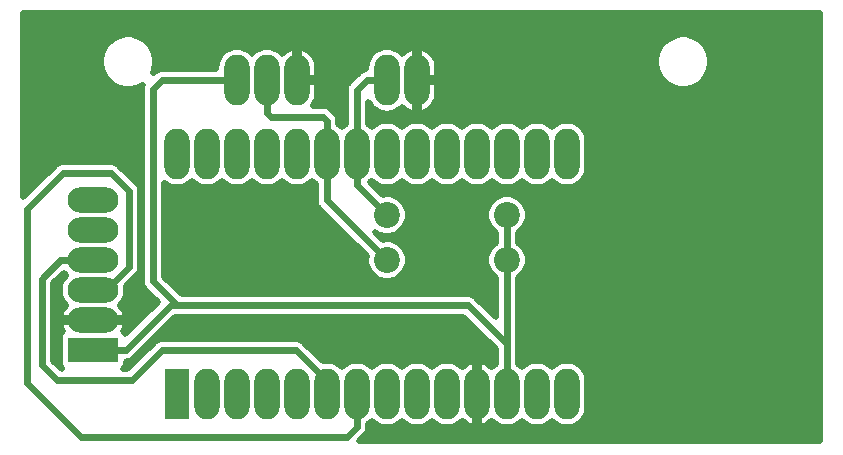
<source format=gbr>
G04 #@! TF.GenerationSoftware,KiCad,Pcbnew,(5.1.5)-3*
G04 #@! TF.CreationDate,2020-03-27T21:35:25+01:00*
G04 #@! TF.ProjectId,LoraWAN,4c6f7261-5741-44e2-9e6b-696361645f70,rev?*
G04 #@! TF.SameCoordinates,Original*
G04 #@! TF.FileFunction,Copper,L2,Bot*
G04 #@! TF.FilePolarity,Positive*
%FSLAX46Y46*%
G04 Gerber Fmt 4.6, Leading zero omitted, Abs format (unit mm)*
G04 Created by KiCad (PCBNEW (5.1.5)-3) date 2020-03-27 21:35:25*
%MOMM*%
%LPD*%
G04 APERTURE LIST*
%ADD10O,2.150000X4.300000*%
%ADD11R,2.150000X4.300000*%
%ADD12R,4.300000X2.150000*%
%ADD13O,4.300000X2.150000*%
%ADD14C,2.200000*%
%ADD15C,0.609600*%
%ADD16C,0.508000*%
G04 APERTURE END LIST*
D10*
X137160000Y-88792765D03*
X139700000Y-88792765D03*
X142240000Y-88792765D03*
X144780000Y-88792765D03*
X147320000Y-88792765D03*
X149860000Y-88792765D03*
X152400000Y-88792765D03*
X154940000Y-88792765D03*
X157480000Y-88792765D03*
X160020000Y-88792765D03*
X162560000Y-88792765D03*
X165100000Y-88792765D03*
X167640000Y-88792765D03*
X170180000Y-109112765D03*
X167640000Y-109112765D03*
X165100000Y-109112765D03*
X162560000Y-109112765D03*
X160020000Y-109112765D03*
X157480000Y-109112765D03*
X154940000Y-109112765D03*
X152400000Y-109112765D03*
X149860000Y-109112765D03*
X147320000Y-109112765D03*
X144780000Y-109112765D03*
X142240000Y-109112765D03*
X139700000Y-109112765D03*
X170180000Y-88792765D03*
D11*
X137160000Y-109112765D03*
D12*
X130048000Y-105410000D03*
D13*
X130048000Y-102870000D03*
X130048000Y-100330000D03*
X130048000Y-97790000D03*
X130048000Y-95250000D03*
X130048000Y-92710000D03*
D14*
X154940000Y-97790000D03*
X165100000Y-97790000D03*
X154939999Y-93980002D03*
X165099999Y-93980002D03*
D10*
X142240000Y-82550000D03*
X144780000Y-82550000D03*
X147320000Y-82550000D03*
X157480000Y-82550000D03*
X154940000Y-82550000D03*
D15*
X149860000Y-108037765D02*
X147232235Y-105410000D01*
X149860000Y-109112765D02*
X149860000Y-108037765D01*
X147232235Y-105410000D02*
X135890000Y-105410000D01*
X135890000Y-105410000D02*
X133350000Y-107950000D01*
X133350000Y-107950000D02*
X127000000Y-107950000D01*
X127000000Y-107950000D02*
X125730000Y-106680000D01*
X125730000Y-99348400D02*
X127288400Y-97790000D01*
X127288400Y-97790000D02*
X130048000Y-97790000D01*
X125730000Y-106680000D02*
X125730000Y-99348400D01*
X129010190Y-112754190D02*
X151518175Y-112754190D01*
X124460000Y-108204000D02*
X129010190Y-112754190D01*
X127508000Y-90424000D02*
X124460000Y-93472000D01*
X131572000Y-90424000D02*
X127508000Y-90424000D01*
X124460000Y-93472000D02*
X124460000Y-108204000D01*
X133096000Y-98357000D02*
X133096000Y-91948000D01*
X133096000Y-91948000D02*
X131572000Y-90424000D01*
X131123000Y-100330000D02*
X130048000Y-100330000D01*
X133096000Y-98357000D02*
X131123000Y-100330000D01*
X152400000Y-111872365D02*
X152400000Y-109112765D01*
X151518175Y-112754190D02*
X152400000Y-111872365D01*
X165099999Y-97789999D02*
X165100000Y-97790000D01*
X165100000Y-93980003D02*
X165099999Y-93980002D01*
X165100000Y-97790000D02*
X165100000Y-93980003D01*
X165100000Y-104902000D02*
X165100000Y-97790000D01*
X132807600Y-105410000D02*
X136617600Y-101600000D01*
X130048000Y-105410000D02*
X132807600Y-105410000D01*
X161798000Y-101600000D02*
X165100000Y-104902000D01*
X142240000Y-82550000D02*
X135890000Y-82550000D01*
X136617600Y-101600000D02*
X137160000Y-101600000D01*
X137160000Y-101600000D02*
X161798000Y-101600000D01*
X165100000Y-104902000D02*
X165100000Y-109112765D01*
X135890000Y-82550000D02*
X135128000Y-83312000D01*
X135128000Y-99568000D02*
X137160000Y-101600000D01*
X135128000Y-83312000D02*
X135128000Y-99568000D01*
X152400000Y-88792765D02*
X152400000Y-83820000D01*
X152400000Y-83405400D02*
X153255400Y-82550000D01*
X152400000Y-83820000D02*
X152400000Y-83405400D01*
X153255400Y-82550000D02*
X154940000Y-82550000D01*
X152400000Y-91440003D02*
X152400000Y-88792765D01*
X154939999Y-93980002D02*
X152400000Y-91440003D01*
X149860000Y-86033165D02*
X149860000Y-88792765D01*
X149488335Y-85661500D02*
X149860000Y-86033165D01*
X145131900Y-85661500D02*
X149488335Y-85661500D01*
X144780000Y-85309600D02*
X145131900Y-85661500D01*
X144780000Y-82550000D02*
X144780000Y-85309600D01*
X149860000Y-92710000D02*
X149860000Y-91567000D01*
X154940000Y-97790000D02*
X149860000Y-92710000D01*
X149860000Y-88792765D02*
X149860000Y-91567000D01*
X130048000Y-92710000D02*
X131191000Y-92710000D01*
D16*
G36*
X191592842Y-113106600D02*
G01*
X152530763Y-113106600D01*
X153048969Y-112588395D01*
X153085802Y-112558167D01*
X153206417Y-112411196D01*
X153296043Y-112243518D01*
X153351234Y-112061577D01*
X153365200Y-111919780D01*
X153365200Y-111919779D01*
X153369870Y-111872365D01*
X153365200Y-111824951D01*
X153365200Y-111639603D01*
X153368801Y-111637678D01*
X153633050Y-111420815D01*
X153670001Y-111375791D01*
X153706951Y-111420815D01*
X153971200Y-111637678D01*
X154272679Y-111798822D01*
X154599803Y-111898054D01*
X154940000Y-111931561D01*
X155280198Y-111898054D01*
X155607322Y-111798822D01*
X155908801Y-111637678D01*
X156173050Y-111420815D01*
X156210001Y-111375791D01*
X156246951Y-111420815D01*
X156511200Y-111637678D01*
X156812679Y-111798822D01*
X157139803Y-111898054D01*
X157480000Y-111931561D01*
X157820198Y-111898054D01*
X158147322Y-111798822D01*
X158448801Y-111637678D01*
X158713050Y-111420815D01*
X158750001Y-111375791D01*
X158786951Y-111420815D01*
X159051200Y-111637678D01*
X159352679Y-111798822D01*
X159679803Y-111898054D01*
X160020000Y-111931561D01*
X160360198Y-111898054D01*
X160687322Y-111798822D01*
X160988801Y-111637678D01*
X161253050Y-111420815D01*
X161293135Y-111371972D01*
X161440650Y-111522642D01*
X161722580Y-111715367D01*
X162036691Y-111849387D01*
X162139049Y-111871336D01*
X162407600Y-111750652D01*
X162407600Y-109265165D01*
X162387600Y-109265165D01*
X162387600Y-108960365D01*
X162407600Y-108960365D01*
X162407600Y-106474878D01*
X162139049Y-106354194D01*
X162036691Y-106376143D01*
X161722580Y-106510163D01*
X161440650Y-106702888D01*
X161293135Y-106853558D01*
X161253050Y-106804715D01*
X160988800Y-106587852D01*
X160687321Y-106426708D01*
X160360197Y-106327476D01*
X160020000Y-106293969D01*
X159679802Y-106327476D01*
X159352678Y-106426708D01*
X159051199Y-106587852D01*
X158786950Y-106804715D01*
X158750000Y-106849739D01*
X158713050Y-106804715D01*
X158448800Y-106587852D01*
X158147321Y-106426708D01*
X157820197Y-106327476D01*
X157480000Y-106293969D01*
X157139802Y-106327476D01*
X156812678Y-106426708D01*
X156511199Y-106587852D01*
X156246950Y-106804715D01*
X156210000Y-106849739D01*
X156173050Y-106804715D01*
X155908800Y-106587852D01*
X155607321Y-106426708D01*
X155280197Y-106327476D01*
X154940000Y-106293969D01*
X154599802Y-106327476D01*
X154272678Y-106426708D01*
X153971199Y-106587852D01*
X153706950Y-106804715D01*
X153670000Y-106849739D01*
X153633050Y-106804715D01*
X153368800Y-106587852D01*
X153067321Y-106426708D01*
X152740197Y-106327476D01*
X152400000Y-106293969D01*
X152059802Y-106327476D01*
X151732678Y-106426708D01*
X151431199Y-106587852D01*
X151166950Y-106804715D01*
X151130000Y-106849739D01*
X151093050Y-106804715D01*
X150828800Y-106587852D01*
X150527321Y-106426708D01*
X150200197Y-106327476D01*
X149860000Y-106293969D01*
X149519802Y-106327476D01*
X149515895Y-106328661D01*
X147948273Y-104761041D01*
X147918037Y-104724198D01*
X147771066Y-104603583D01*
X147603388Y-104513957D01*
X147421447Y-104458766D01*
X147279650Y-104444800D01*
X147279647Y-104444800D01*
X147232235Y-104440130D01*
X147184823Y-104444800D01*
X135937411Y-104444800D01*
X135889999Y-104440130D01*
X135842587Y-104444800D01*
X135842585Y-104444800D01*
X135700788Y-104458766D01*
X135518847Y-104513957D01*
X135351169Y-104603583D01*
X135204198Y-104724198D01*
X135173972Y-104761029D01*
X132950203Y-106984800D01*
X132629987Y-106984800D01*
X132667233Y-106954233D01*
X132749759Y-106853674D01*
X132811082Y-106738947D01*
X132848844Y-106614461D01*
X132861595Y-106485000D01*
X132861595Y-106374552D01*
X132996812Y-106361234D01*
X133178753Y-106306043D01*
X133346431Y-106216417D01*
X133493402Y-106095802D01*
X133523638Y-106058959D01*
X137017399Y-102565200D01*
X137112585Y-102565200D01*
X137160000Y-102569870D01*
X137207414Y-102565200D01*
X161398203Y-102565200D01*
X164134800Y-105301799D01*
X164134800Y-106585927D01*
X164131199Y-106587852D01*
X163866950Y-106804715D01*
X163826865Y-106853559D01*
X163679350Y-106702888D01*
X163397420Y-106510163D01*
X163083309Y-106376143D01*
X162980951Y-106354194D01*
X162712400Y-106474878D01*
X162712400Y-108960365D01*
X162732400Y-108960365D01*
X162732400Y-109265165D01*
X162712400Y-109265165D01*
X162712400Y-111750652D01*
X162980951Y-111871336D01*
X163083309Y-111849387D01*
X163397420Y-111715367D01*
X163679350Y-111522642D01*
X163826866Y-111371971D01*
X163866951Y-111420815D01*
X164131200Y-111637678D01*
X164432679Y-111798822D01*
X164759803Y-111898054D01*
X165100000Y-111931561D01*
X165440198Y-111898054D01*
X165767322Y-111798822D01*
X166068801Y-111637678D01*
X166333050Y-111420815D01*
X166370001Y-111375791D01*
X166406951Y-111420815D01*
X166671200Y-111637678D01*
X166972679Y-111798822D01*
X167299803Y-111898054D01*
X167640000Y-111931561D01*
X167980198Y-111898054D01*
X168307322Y-111798822D01*
X168608801Y-111637678D01*
X168873050Y-111420815D01*
X168910001Y-111375791D01*
X168946951Y-111420815D01*
X169211200Y-111637678D01*
X169512679Y-111798822D01*
X169839803Y-111898054D01*
X170180000Y-111931561D01*
X170520198Y-111898054D01*
X170847322Y-111798822D01*
X171148801Y-111637678D01*
X171413050Y-111420815D01*
X171629913Y-111156566D01*
X171791057Y-110855087D01*
X171890289Y-110527963D01*
X171915400Y-110273010D01*
X171915400Y-107952520D01*
X171890289Y-107697567D01*
X171791057Y-107370443D01*
X171629913Y-107068964D01*
X171413050Y-106804715D01*
X171148800Y-106587852D01*
X170847321Y-106426708D01*
X170520197Y-106327476D01*
X170180000Y-106293969D01*
X169839802Y-106327476D01*
X169512678Y-106426708D01*
X169211199Y-106587852D01*
X168946950Y-106804715D01*
X168910000Y-106849739D01*
X168873050Y-106804715D01*
X168608800Y-106587852D01*
X168307321Y-106426708D01*
X167980197Y-106327476D01*
X167640000Y-106293969D01*
X167299802Y-106327476D01*
X166972678Y-106426708D01*
X166671199Y-106587852D01*
X166406950Y-106804715D01*
X166370000Y-106849739D01*
X166333050Y-106804715D01*
X166068800Y-106587852D01*
X166065200Y-106585928D01*
X166065200Y-104949411D01*
X166069870Y-104901999D01*
X166065200Y-104854585D01*
X166065200Y-99262289D01*
X166222190Y-99157392D01*
X166467392Y-98912190D01*
X166660046Y-98623862D01*
X166792749Y-98303490D01*
X166860400Y-97963384D01*
X166860400Y-97616616D01*
X166792749Y-97276510D01*
X166660046Y-96956138D01*
X166467392Y-96667810D01*
X166222190Y-96422608D01*
X166065200Y-96317711D01*
X166065200Y-95452290D01*
X166222189Y-95347394D01*
X166467391Y-95102192D01*
X166660045Y-94813864D01*
X166792748Y-94493492D01*
X166860399Y-94153386D01*
X166860399Y-93806618D01*
X166792748Y-93466512D01*
X166660045Y-93146140D01*
X166467391Y-92857812D01*
X166222189Y-92612610D01*
X165933861Y-92419956D01*
X165613489Y-92287253D01*
X165273383Y-92219602D01*
X164926615Y-92219602D01*
X164586509Y-92287253D01*
X164266137Y-92419956D01*
X163977809Y-92612610D01*
X163732607Y-92857812D01*
X163539953Y-93146140D01*
X163407250Y-93466512D01*
X163339599Y-93806618D01*
X163339599Y-94153386D01*
X163407250Y-94493492D01*
X163539953Y-94813864D01*
X163732607Y-95102192D01*
X163977809Y-95347394D01*
X164134801Y-95452292D01*
X164134800Y-96317711D01*
X163977810Y-96422608D01*
X163732608Y-96667810D01*
X163539954Y-96956138D01*
X163407251Y-97276510D01*
X163339600Y-97616616D01*
X163339600Y-97963384D01*
X163407251Y-98303490D01*
X163539954Y-98623862D01*
X163732608Y-98912190D01*
X163977810Y-99157392D01*
X164134801Y-99262290D01*
X164134800Y-102571802D01*
X162514038Y-100951041D01*
X162483802Y-100914198D01*
X162336831Y-100793583D01*
X162169153Y-100703957D01*
X161987212Y-100648766D01*
X161845415Y-100634800D01*
X161845412Y-100634800D01*
X161798000Y-100630130D01*
X161750588Y-100634800D01*
X137559798Y-100634800D01*
X136093200Y-99168203D01*
X136093200Y-91237252D01*
X136191200Y-91317678D01*
X136492679Y-91478822D01*
X136819803Y-91578054D01*
X137160000Y-91611561D01*
X137500198Y-91578054D01*
X137827322Y-91478822D01*
X138128801Y-91317678D01*
X138393050Y-91100815D01*
X138430001Y-91055791D01*
X138466951Y-91100815D01*
X138731200Y-91317678D01*
X139032679Y-91478822D01*
X139359803Y-91578054D01*
X139700000Y-91611561D01*
X140040198Y-91578054D01*
X140367322Y-91478822D01*
X140668801Y-91317678D01*
X140933050Y-91100815D01*
X140970001Y-91055791D01*
X141006951Y-91100815D01*
X141271200Y-91317678D01*
X141572679Y-91478822D01*
X141899803Y-91578054D01*
X142240000Y-91611561D01*
X142580198Y-91578054D01*
X142907322Y-91478822D01*
X143208801Y-91317678D01*
X143473050Y-91100815D01*
X143510001Y-91055791D01*
X143546951Y-91100815D01*
X143811200Y-91317678D01*
X144112679Y-91478822D01*
X144439803Y-91578054D01*
X144780000Y-91611561D01*
X145120198Y-91578054D01*
X145447322Y-91478822D01*
X145748801Y-91317678D01*
X146013050Y-91100815D01*
X146050001Y-91055791D01*
X146086951Y-91100815D01*
X146351200Y-91317678D01*
X146652679Y-91478822D01*
X146979803Y-91578054D01*
X147320000Y-91611561D01*
X147660198Y-91578054D01*
X147987322Y-91478822D01*
X148288801Y-91317678D01*
X148553050Y-91100815D01*
X148590001Y-91055791D01*
X148626951Y-91100815D01*
X148891200Y-91317678D01*
X148894801Y-91319603D01*
X148894801Y-91519585D01*
X148894800Y-92662587D01*
X148890130Y-92710000D01*
X148894800Y-92757412D01*
X148894800Y-92757414D01*
X148908766Y-92899211D01*
X148963957Y-93081152D01*
X149053583Y-93248831D01*
X149174198Y-93395802D01*
X149211041Y-93426038D01*
X153216435Y-97431434D01*
X153179600Y-97616616D01*
X153179600Y-97963384D01*
X153247251Y-98303490D01*
X153379954Y-98623862D01*
X153572608Y-98912190D01*
X153817810Y-99157392D01*
X154106138Y-99350046D01*
X154426510Y-99482749D01*
X154766616Y-99550400D01*
X155113384Y-99550400D01*
X155453490Y-99482749D01*
X155773862Y-99350046D01*
X156062190Y-99157392D01*
X156307392Y-98912190D01*
X156500046Y-98623862D01*
X156632749Y-98303490D01*
X156700400Y-97963384D01*
X156700400Y-97616616D01*
X156632749Y-97276510D01*
X156500046Y-96956138D01*
X156307392Y-96667810D01*
X156062190Y-96422608D01*
X155773862Y-96229954D01*
X155453490Y-96097251D01*
X155113384Y-96029600D01*
X154766616Y-96029600D01*
X154581434Y-96066435D01*
X153952168Y-95437169D01*
X154106137Y-95540048D01*
X154426509Y-95672751D01*
X154766615Y-95740402D01*
X155113383Y-95740402D01*
X155453489Y-95672751D01*
X155773861Y-95540048D01*
X156062189Y-95347394D01*
X156307391Y-95102192D01*
X156500045Y-94813864D01*
X156632748Y-94493492D01*
X156700399Y-94153386D01*
X156700399Y-93806618D01*
X156632748Y-93466512D01*
X156500045Y-93146140D01*
X156307391Y-92857812D01*
X156062189Y-92612610D01*
X155773861Y-92419956D01*
X155453489Y-92287253D01*
X155113383Y-92219602D01*
X154766615Y-92219602D01*
X154581432Y-92256437D01*
X153519224Y-91194229D01*
X153633050Y-91100815D01*
X153670001Y-91055791D01*
X153706951Y-91100815D01*
X153971200Y-91317678D01*
X154272679Y-91478822D01*
X154599803Y-91578054D01*
X154940000Y-91611561D01*
X155280198Y-91578054D01*
X155607322Y-91478822D01*
X155908801Y-91317678D01*
X156173050Y-91100815D01*
X156210001Y-91055791D01*
X156246951Y-91100815D01*
X156511200Y-91317678D01*
X156812679Y-91478822D01*
X157139803Y-91578054D01*
X157480000Y-91611561D01*
X157820198Y-91578054D01*
X158147322Y-91478822D01*
X158448801Y-91317678D01*
X158713050Y-91100815D01*
X158750001Y-91055791D01*
X158786951Y-91100815D01*
X159051200Y-91317678D01*
X159352679Y-91478822D01*
X159679803Y-91578054D01*
X160020000Y-91611561D01*
X160360198Y-91578054D01*
X160687322Y-91478822D01*
X160988801Y-91317678D01*
X161253050Y-91100815D01*
X161290001Y-91055791D01*
X161326951Y-91100815D01*
X161591200Y-91317678D01*
X161892679Y-91478822D01*
X162219803Y-91578054D01*
X162560000Y-91611561D01*
X162900198Y-91578054D01*
X163227322Y-91478822D01*
X163528801Y-91317678D01*
X163793050Y-91100815D01*
X163830001Y-91055791D01*
X163866951Y-91100815D01*
X164131200Y-91317678D01*
X164432679Y-91478822D01*
X164759803Y-91578054D01*
X165100000Y-91611561D01*
X165440198Y-91578054D01*
X165767322Y-91478822D01*
X166068801Y-91317678D01*
X166333050Y-91100815D01*
X166370001Y-91055791D01*
X166406951Y-91100815D01*
X166671200Y-91317678D01*
X166972679Y-91478822D01*
X167299803Y-91578054D01*
X167640000Y-91611561D01*
X167980198Y-91578054D01*
X168307322Y-91478822D01*
X168608801Y-91317678D01*
X168873050Y-91100815D01*
X168910001Y-91055791D01*
X168946951Y-91100815D01*
X169211200Y-91317678D01*
X169512679Y-91478822D01*
X169839803Y-91578054D01*
X170180000Y-91611561D01*
X170520198Y-91578054D01*
X170847322Y-91478822D01*
X171148801Y-91317678D01*
X171413050Y-91100815D01*
X171629913Y-90836566D01*
X171791057Y-90535087D01*
X171890289Y-90207963D01*
X171915400Y-89953010D01*
X171915400Y-87632520D01*
X171890289Y-87377567D01*
X171791057Y-87050443D01*
X171629913Y-86748964D01*
X171413050Y-86484715D01*
X171148800Y-86267852D01*
X170847321Y-86106708D01*
X170520197Y-86007476D01*
X170180000Y-85973969D01*
X169839802Y-86007476D01*
X169512678Y-86106708D01*
X169211199Y-86267852D01*
X168946950Y-86484715D01*
X168910000Y-86529739D01*
X168873050Y-86484715D01*
X168608800Y-86267852D01*
X168307321Y-86106708D01*
X167980197Y-86007476D01*
X167640000Y-85973969D01*
X167299802Y-86007476D01*
X166972678Y-86106708D01*
X166671199Y-86267852D01*
X166406950Y-86484715D01*
X166370000Y-86529739D01*
X166333050Y-86484715D01*
X166068800Y-86267852D01*
X165767321Y-86106708D01*
X165440197Y-86007476D01*
X165100000Y-85973969D01*
X164759802Y-86007476D01*
X164432678Y-86106708D01*
X164131199Y-86267852D01*
X163866950Y-86484715D01*
X163830000Y-86529739D01*
X163793050Y-86484715D01*
X163528800Y-86267852D01*
X163227321Y-86106708D01*
X162900197Y-86007476D01*
X162560000Y-85973969D01*
X162219802Y-86007476D01*
X161892678Y-86106708D01*
X161591199Y-86267852D01*
X161326950Y-86484715D01*
X161290000Y-86529739D01*
X161253050Y-86484715D01*
X160988800Y-86267852D01*
X160687321Y-86106708D01*
X160360197Y-86007476D01*
X160020000Y-85973969D01*
X159679802Y-86007476D01*
X159352678Y-86106708D01*
X159051199Y-86267852D01*
X158786950Y-86484715D01*
X158750000Y-86529739D01*
X158713050Y-86484715D01*
X158448800Y-86267852D01*
X158147321Y-86106708D01*
X157820197Y-86007476D01*
X157480000Y-85973969D01*
X157139802Y-86007476D01*
X156812678Y-86106708D01*
X156511199Y-86267852D01*
X156246950Y-86484715D01*
X156210000Y-86529739D01*
X156173050Y-86484715D01*
X155908800Y-86267852D01*
X155607321Y-86106708D01*
X155280197Y-86007476D01*
X154940000Y-85973969D01*
X154599802Y-86007476D01*
X154272678Y-86106708D01*
X153971199Y-86267852D01*
X153706950Y-86484715D01*
X153670000Y-86529739D01*
X153633050Y-86484715D01*
X153368800Y-86267852D01*
X153365200Y-86265928D01*
X153365200Y-84360152D01*
X153490088Y-84593801D01*
X153706951Y-84858050D01*
X153971200Y-85074913D01*
X154272679Y-85236057D01*
X154599803Y-85335289D01*
X154940000Y-85368796D01*
X155280198Y-85335289D01*
X155607322Y-85236057D01*
X155908801Y-85074913D01*
X156173050Y-84858050D01*
X156213135Y-84809207D01*
X156360650Y-84959877D01*
X156642580Y-85152602D01*
X156956691Y-85286622D01*
X157059049Y-85308571D01*
X157327600Y-85187887D01*
X157327600Y-82702400D01*
X157632400Y-82702400D01*
X157632400Y-85187887D01*
X157900951Y-85308571D01*
X158003309Y-85286622D01*
X158317420Y-85152602D01*
X158599350Y-84959877D01*
X158838264Y-84715853D01*
X159024980Y-84429908D01*
X159152323Y-84113031D01*
X159215400Y-83777400D01*
X159215400Y-82702400D01*
X157632400Y-82702400D01*
X157327600Y-82702400D01*
X157307600Y-82702400D01*
X157307600Y-82397600D01*
X157327600Y-82397600D01*
X157327600Y-79912113D01*
X157632400Y-79912113D01*
X157632400Y-82397600D01*
X159215400Y-82397600D01*
X159215400Y-81322600D01*
X159152323Y-80986969D01*
X159053891Y-80742031D01*
X177737701Y-80742031D01*
X177737701Y-81193969D01*
X177825870Y-81637222D01*
X177998819Y-82054758D01*
X178249902Y-82430530D01*
X178569470Y-82750098D01*
X178945242Y-83001181D01*
X179362778Y-83174130D01*
X179806031Y-83262299D01*
X180257969Y-83262299D01*
X180701222Y-83174130D01*
X181118758Y-83001181D01*
X181494530Y-82750098D01*
X181814098Y-82430530D01*
X182065181Y-82054758D01*
X182238130Y-81637222D01*
X182326299Y-81193969D01*
X182326299Y-80742031D01*
X182238130Y-80298778D01*
X182065181Y-79881242D01*
X181814098Y-79505470D01*
X181494530Y-79185902D01*
X181118758Y-78934819D01*
X180701222Y-78761870D01*
X180257969Y-78673701D01*
X179806031Y-78673701D01*
X179362778Y-78761870D01*
X178945242Y-78934819D01*
X178569470Y-79185902D01*
X178249902Y-79505470D01*
X177998819Y-79881242D01*
X177825870Y-80298778D01*
X177737701Y-80742031D01*
X159053891Y-80742031D01*
X159024980Y-80670092D01*
X158838264Y-80384147D01*
X158599350Y-80140123D01*
X158317420Y-79947398D01*
X158003309Y-79813378D01*
X157900951Y-79791429D01*
X157632400Y-79912113D01*
X157327600Y-79912113D01*
X157059049Y-79791429D01*
X156956691Y-79813378D01*
X156642580Y-79947398D01*
X156360650Y-80140123D01*
X156213135Y-80290793D01*
X156173050Y-80241950D01*
X155908800Y-80025087D01*
X155607321Y-79863943D01*
X155280197Y-79764711D01*
X154940000Y-79731204D01*
X154599802Y-79764711D01*
X154272678Y-79863943D01*
X153971199Y-80025087D01*
X153706950Y-80241950D01*
X153490087Y-80506200D01*
X153328943Y-80807679D01*
X153229711Y-81134803D01*
X153204600Y-81389756D01*
X153204600Y-81585133D01*
X153066188Y-81598766D01*
X152884247Y-81653957D01*
X152716569Y-81743583D01*
X152569598Y-81864198D01*
X152539370Y-81901031D01*
X151751036Y-82689367D01*
X151714199Y-82719598D01*
X151607075Y-82850130D01*
X151593583Y-82866570D01*
X151565115Y-82919829D01*
X151503957Y-83034247D01*
X151448766Y-83216188D01*
X151434800Y-83357985D01*
X151430130Y-83405400D01*
X151434800Y-83452812D01*
X151434800Y-83867414D01*
X151434801Y-83867424D01*
X151434801Y-86265927D01*
X151431199Y-86267852D01*
X151166950Y-86484715D01*
X151130000Y-86529739D01*
X151093050Y-86484715D01*
X150828800Y-86267852D01*
X150825200Y-86265928D01*
X150825200Y-86080580D01*
X150829870Y-86033165D01*
X150811234Y-85843953D01*
X150756043Y-85662011D01*
X150711230Y-85578173D01*
X150666417Y-85494334D01*
X150545802Y-85347363D01*
X150508964Y-85317131D01*
X150204372Y-85012540D01*
X150174137Y-84975698D01*
X150027166Y-84855083D01*
X149859488Y-84765457D01*
X149677547Y-84710266D01*
X149535750Y-84696300D01*
X149535747Y-84696300D01*
X149488335Y-84691630D01*
X149440923Y-84696300D01*
X148691032Y-84696300D01*
X148864980Y-84429908D01*
X148992323Y-84113031D01*
X149055400Y-83777400D01*
X149055400Y-82702400D01*
X147472400Y-82702400D01*
X147472400Y-82722400D01*
X147167600Y-82722400D01*
X147167600Y-82702400D01*
X147147600Y-82702400D01*
X147147600Y-82397600D01*
X147167600Y-82397600D01*
X147167600Y-79912113D01*
X147472400Y-79912113D01*
X147472400Y-82397600D01*
X149055400Y-82397600D01*
X149055400Y-81322600D01*
X148992323Y-80986969D01*
X148864980Y-80670092D01*
X148678264Y-80384147D01*
X148439350Y-80140123D01*
X148157420Y-79947398D01*
X147843309Y-79813378D01*
X147740951Y-79791429D01*
X147472400Y-79912113D01*
X147167600Y-79912113D01*
X146899049Y-79791429D01*
X146796691Y-79813378D01*
X146482580Y-79947398D01*
X146200650Y-80140123D01*
X146053135Y-80290793D01*
X146013050Y-80241950D01*
X145748800Y-80025087D01*
X145447321Y-79863943D01*
X145120197Y-79764711D01*
X144780000Y-79731204D01*
X144439802Y-79764711D01*
X144112678Y-79863943D01*
X143811199Y-80025087D01*
X143546950Y-80241950D01*
X143510000Y-80286974D01*
X143473050Y-80241950D01*
X143208800Y-80025087D01*
X142907321Y-79863943D01*
X142580197Y-79764711D01*
X142240000Y-79731204D01*
X141899802Y-79764711D01*
X141572678Y-79863943D01*
X141271199Y-80025087D01*
X141006950Y-80241950D01*
X140790087Y-80506200D01*
X140628943Y-80807679D01*
X140529711Y-81134803D01*
X140504600Y-81389756D01*
X140504600Y-81584800D01*
X135937415Y-81584800D01*
X135890000Y-81580130D01*
X135700788Y-81598766D01*
X135518846Y-81653957D01*
X135351169Y-81743583D01*
X135204198Y-81864198D01*
X135173970Y-81901031D01*
X135096957Y-81978045D01*
X135238130Y-81637222D01*
X135326299Y-81193969D01*
X135326299Y-80742031D01*
X135238130Y-80298778D01*
X135065181Y-79881242D01*
X134814098Y-79505470D01*
X134494530Y-79185902D01*
X134118758Y-78934819D01*
X133701222Y-78761870D01*
X133257969Y-78673701D01*
X132806031Y-78673701D01*
X132362778Y-78761870D01*
X131945242Y-78934819D01*
X131569470Y-79185902D01*
X131249902Y-79505470D01*
X130998819Y-79881242D01*
X130825870Y-80298778D01*
X130737701Y-80742031D01*
X130737701Y-81193969D01*
X130825870Y-81637222D01*
X130998819Y-82054758D01*
X131249902Y-82430530D01*
X131569470Y-82750098D01*
X131945242Y-83001181D01*
X132362778Y-83174130D01*
X132806031Y-83262299D01*
X133257969Y-83262299D01*
X133701222Y-83174130D01*
X134118758Y-83001181D01*
X134244682Y-82917041D01*
X134231957Y-82940848D01*
X134176766Y-83122789D01*
X134167567Y-83216188D01*
X134158130Y-83312000D01*
X134162800Y-83359412D01*
X134162801Y-99520578D01*
X134158130Y-99568000D01*
X134176767Y-99757211D01*
X134231958Y-99939153D01*
X134259031Y-99989802D01*
X134321584Y-100106831D01*
X134442199Y-100253802D01*
X134479036Y-100284033D01*
X135523802Y-101328799D01*
X132797312Y-104055291D01*
X132749759Y-103966326D01*
X132667233Y-103865767D01*
X132587236Y-103800116D01*
X132650602Y-103707420D01*
X132784622Y-103393309D01*
X132806571Y-103290951D01*
X132685887Y-103022400D01*
X130200400Y-103022400D01*
X130200400Y-103042400D01*
X129895600Y-103042400D01*
X129895600Y-103022400D01*
X127410113Y-103022400D01*
X127289429Y-103290951D01*
X127311378Y-103393309D01*
X127445398Y-103707420D01*
X127508764Y-103800116D01*
X127428767Y-103865767D01*
X127346241Y-103966326D01*
X127284918Y-104081053D01*
X127247156Y-104205539D01*
X127234405Y-104335000D01*
X127234405Y-106485000D01*
X127247156Y-106614461D01*
X127284918Y-106738947D01*
X127346241Y-106853674D01*
X127428767Y-106954233D01*
X127466013Y-106984800D01*
X127399799Y-106984800D01*
X126695200Y-106280203D01*
X126695200Y-99748197D01*
X127595888Y-98847510D01*
X127739950Y-99023050D01*
X127784974Y-99060000D01*
X127739950Y-99096950D01*
X127523087Y-99361199D01*
X127361943Y-99662678D01*
X127262711Y-99989802D01*
X127229204Y-100330000D01*
X127262711Y-100670198D01*
X127361943Y-100997322D01*
X127523087Y-101298801D01*
X127739950Y-101563050D01*
X127788793Y-101603135D01*
X127638123Y-101750650D01*
X127445398Y-102032580D01*
X127311378Y-102346691D01*
X127289429Y-102449049D01*
X127410113Y-102717600D01*
X129895600Y-102717600D01*
X129895600Y-102697600D01*
X130200400Y-102697600D01*
X130200400Y-102717600D01*
X132685887Y-102717600D01*
X132806571Y-102449049D01*
X132784622Y-102346691D01*
X132650602Y-102032580D01*
X132457877Y-101750650D01*
X132307207Y-101603135D01*
X132356050Y-101563050D01*
X132572913Y-101298801D01*
X132734057Y-100997322D01*
X132833289Y-100670198D01*
X132866796Y-100330000D01*
X132833289Y-99989802D01*
X132832104Y-99985894D01*
X133744970Y-99073029D01*
X133781802Y-99042802D01*
X133902417Y-98895831D01*
X133992043Y-98728153D01*
X134047234Y-98546212D01*
X134061200Y-98404415D01*
X134061200Y-98404413D01*
X134065870Y-98357001D01*
X134061200Y-98309589D01*
X134061200Y-91995411D01*
X134065870Y-91947999D01*
X134061200Y-91900585D01*
X134047234Y-91758788D01*
X133992043Y-91576847D01*
X133902417Y-91409169D01*
X133781802Y-91262198D01*
X133744970Y-91231971D01*
X132288038Y-89775041D01*
X132257802Y-89738198D01*
X132110831Y-89617583D01*
X131943153Y-89527957D01*
X131761212Y-89472766D01*
X131619415Y-89458800D01*
X131619412Y-89458800D01*
X131572000Y-89454130D01*
X131524588Y-89458800D01*
X127555414Y-89458800D01*
X127508000Y-89454130D01*
X127460585Y-89458800D01*
X127318788Y-89472766D01*
X127136847Y-89527957D01*
X126969169Y-89617583D01*
X126822198Y-89738198D01*
X126791966Y-89775036D01*
X124129400Y-92437603D01*
X124129400Y-76885400D01*
X191605575Y-76885400D01*
X191592842Y-113106600D01*
G37*
X191592842Y-113106600D02*
X152530763Y-113106600D01*
X153048969Y-112588395D01*
X153085802Y-112558167D01*
X153206417Y-112411196D01*
X153296043Y-112243518D01*
X153351234Y-112061577D01*
X153365200Y-111919780D01*
X153365200Y-111919779D01*
X153369870Y-111872365D01*
X153365200Y-111824951D01*
X153365200Y-111639603D01*
X153368801Y-111637678D01*
X153633050Y-111420815D01*
X153670001Y-111375791D01*
X153706951Y-111420815D01*
X153971200Y-111637678D01*
X154272679Y-111798822D01*
X154599803Y-111898054D01*
X154940000Y-111931561D01*
X155280198Y-111898054D01*
X155607322Y-111798822D01*
X155908801Y-111637678D01*
X156173050Y-111420815D01*
X156210001Y-111375791D01*
X156246951Y-111420815D01*
X156511200Y-111637678D01*
X156812679Y-111798822D01*
X157139803Y-111898054D01*
X157480000Y-111931561D01*
X157820198Y-111898054D01*
X158147322Y-111798822D01*
X158448801Y-111637678D01*
X158713050Y-111420815D01*
X158750001Y-111375791D01*
X158786951Y-111420815D01*
X159051200Y-111637678D01*
X159352679Y-111798822D01*
X159679803Y-111898054D01*
X160020000Y-111931561D01*
X160360198Y-111898054D01*
X160687322Y-111798822D01*
X160988801Y-111637678D01*
X161253050Y-111420815D01*
X161293135Y-111371972D01*
X161440650Y-111522642D01*
X161722580Y-111715367D01*
X162036691Y-111849387D01*
X162139049Y-111871336D01*
X162407600Y-111750652D01*
X162407600Y-109265165D01*
X162387600Y-109265165D01*
X162387600Y-108960365D01*
X162407600Y-108960365D01*
X162407600Y-106474878D01*
X162139049Y-106354194D01*
X162036691Y-106376143D01*
X161722580Y-106510163D01*
X161440650Y-106702888D01*
X161293135Y-106853558D01*
X161253050Y-106804715D01*
X160988800Y-106587852D01*
X160687321Y-106426708D01*
X160360197Y-106327476D01*
X160020000Y-106293969D01*
X159679802Y-106327476D01*
X159352678Y-106426708D01*
X159051199Y-106587852D01*
X158786950Y-106804715D01*
X158750000Y-106849739D01*
X158713050Y-106804715D01*
X158448800Y-106587852D01*
X158147321Y-106426708D01*
X157820197Y-106327476D01*
X157480000Y-106293969D01*
X157139802Y-106327476D01*
X156812678Y-106426708D01*
X156511199Y-106587852D01*
X156246950Y-106804715D01*
X156210000Y-106849739D01*
X156173050Y-106804715D01*
X155908800Y-106587852D01*
X155607321Y-106426708D01*
X155280197Y-106327476D01*
X154940000Y-106293969D01*
X154599802Y-106327476D01*
X154272678Y-106426708D01*
X153971199Y-106587852D01*
X153706950Y-106804715D01*
X153670000Y-106849739D01*
X153633050Y-106804715D01*
X153368800Y-106587852D01*
X153067321Y-106426708D01*
X152740197Y-106327476D01*
X152400000Y-106293969D01*
X152059802Y-106327476D01*
X151732678Y-106426708D01*
X151431199Y-106587852D01*
X151166950Y-106804715D01*
X151130000Y-106849739D01*
X151093050Y-106804715D01*
X150828800Y-106587852D01*
X150527321Y-106426708D01*
X150200197Y-106327476D01*
X149860000Y-106293969D01*
X149519802Y-106327476D01*
X149515895Y-106328661D01*
X147948273Y-104761041D01*
X147918037Y-104724198D01*
X147771066Y-104603583D01*
X147603388Y-104513957D01*
X147421447Y-104458766D01*
X147279650Y-104444800D01*
X147279647Y-104444800D01*
X147232235Y-104440130D01*
X147184823Y-104444800D01*
X135937411Y-104444800D01*
X135889999Y-104440130D01*
X135842587Y-104444800D01*
X135842585Y-104444800D01*
X135700788Y-104458766D01*
X135518847Y-104513957D01*
X135351169Y-104603583D01*
X135204198Y-104724198D01*
X135173972Y-104761029D01*
X132950203Y-106984800D01*
X132629987Y-106984800D01*
X132667233Y-106954233D01*
X132749759Y-106853674D01*
X132811082Y-106738947D01*
X132848844Y-106614461D01*
X132861595Y-106485000D01*
X132861595Y-106374552D01*
X132996812Y-106361234D01*
X133178753Y-106306043D01*
X133346431Y-106216417D01*
X133493402Y-106095802D01*
X133523638Y-106058959D01*
X137017399Y-102565200D01*
X137112585Y-102565200D01*
X137160000Y-102569870D01*
X137207414Y-102565200D01*
X161398203Y-102565200D01*
X164134800Y-105301799D01*
X164134800Y-106585927D01*
X164131199Y-106587852D01*
X163866950Y-106804715D01*
X163826865Y-106853559D01*
X163679350Y-106702888D01*
X163397420Y-106510163D01*
X163083309Y-106376143D01*
X162980951Y-106354194D01*
X162712400Y-106474878D01*
X162712400Y-108960365D01*
X162732400Y-108960365D01*
X162732400Y-109265165D01*
X162712400Y-109265165D01*
X162712400Y-111750652D01*
X162980951Y-111871336D01*
X163083309Y-111849387D01*
X163397420Y-111715367D01*
X163679350Y-111522642D01*
X163826866Y-111371971D01*
X163866951Y-111420815D01*
X164131200Y-111637678D01*
X164432679Y-111798822D01*
X164759803Y-111898054D01*
X165100000Y-111931561D01*
X165440198Y-111898054D01*
X165767322Y-111798822D01*
X166068801Y-111637678D01*
X166333050Y-111420815D01*
X166370001Y-111375791D01*
X166406951Y-111420815D01*
X166671200Y-111637678D01*
X166972679Y-111798822D01*
X167299803Y-111898054D01*
X167640000Y-111931561D01*
X167980198Y-111898054D01*
X168307322Y-111798822D01*
X168608801Y-111637678D01*
X168873050Y-111420815D01*
X168910001Y-111375791D01*
X168946951Y-111420815D01*
X169211200Y-111637678D01*
X169512679Y-111798822D01*
X169839803Y-111898054D01*
X170180000Y-111931561D01*
X170520198Y-111898054D01*
X170847322Y-111798822D01*
X171148801Y-111637678D01*
X171413050Y-111420815D01*
X171629913Y-111156566D01*
X171791057Y-110855087D01*
X171890289Y-110527963D01*
X171915400Y-110273010D01*
X171915400Y-107952520D01*
X171890289Y-107697567D01*
X171791057Y-107370443D01*
X171629913Y-107068964D01*
X171413050Y-106804715D01*
X171148800Y-106587852D01*
X170847321Y-106426708D01*
X170520197Y-106327476D01*
X170180000Y-106293969D01*
X169839802Y-106327476D01*
X169512678Y-106426708D01*
X169211199Y-106587852D01*
X168946950Y-106804715D01*
X168910000Y-106849739D01*
X168873050Y-106804715D01*
X168608800Y-106587852D01*
X168307321Y-106426708D01*
X167980197Y-106327476D01*
X167640000Y-106293969D01*
X167299802Y-106327476D01*
X166972678Y-106426708D01*
X166671199Y-106587852D01*
X166406950Y-106804715D01*
X166370000Y-106849739D01*
X166333050Y-106804715D01*
X166068800Y-106587852D01*
X166065200Y-106585928D01*
X166065200Y-104949411D01*
X166069870Y-104901999D01*
X166065200Y-104854585D01*
X166065200Y-99262289D01*
X166222190Y-99157392D01*
X166467392Y-98912190D01*
X166660046Y-98623862D01*
X166792749Y-98303490D01*
X166860400Y-97963384D01*
X166860400Y-97616616D01*
X166792749Y-97276510D01*
X166660046Y-96956138D01*
X166467392Y-96667810D01*
X166222190Y-96422608D01*
X166065200Y-96317711D01*
X166065200Y-95452290D01*
X166222189Y-95347394D01*
X166467391Y-95102192D01*
X166660045Y-94813864D01*
X166792748Y-94493492D01*
X166860399Y-94153386D01*
X166860399Y-93806618D01*
X166792748Y-93466512D01*
X166660045Y-93146140D01*
X166467391Y-92857812D01*
X166222189Y-92612610D01*
X165933861Y-92419956D01*
X165613489Y-92287253D01*
X165273383Y-92219602D01*
X164926615Y-92219602D01*
X164586509Y-92287253D01*
X164266137Y-92419956D01*
X163977809Y-92612610D01*
X163732607Y-92857812D01*
X163539953Y-93146140D01*
X163407250Y-93466512D01*
X163339599Y-93806618D01*
X163339599Y-94153386D01*
X163407250Y-94493492D01*
X163539953Y-94813864D01*
X163732607Y-95102192D01*
X163977809Y-95347394D01*
X164134801Y-95452292D01*
X164134800Y-96317711D01*
X163977810Y-96422608D01*
X163732608Y-96667810D01*
X163539954Y-96956138D01*
X163407251Y-97276510D01*
X163339600Y-97616616D01*
X163339600Y-97963384D01*
X163407251Y-98303490D01*
X163539954Y-98623862D01*
X163732608Y-98912190D01*
X163977810Y-99157392D01*
X164134801Y-99262290D01*
X164134800Y-102571802D01*
X162514038Y-100951041D01*
X162483802Y-100914198D01*
X162336831Y-100793583D01*
X162169153Y-100703957D01*
X161987212Y-100648766D01*
X161845415Y-100634800D01*
X161845412Y-100634800D01*
X161798000Y-100630130D01*
X161750588Y-100634800D01*
X137559798Y-100634800D01*
X136093200Y-99168203D01*
X136093200Y-91237252D01*
X136191200Y-91317678D01*
X136492679Y-91478822D01*
X136819803Y-91578054D01*
X137160000Y-91611561D01*
X137500198Y-91578054D01*
X137827322Y-91478822D01*
X138128801Y-91317678D01*
X138393050Y-91100815D01*
X138430001Y-91055791D01*
X138466951Y-91100815D01*
X138731200Y-91317678D01*
X139032679Y-91478822D01*
X139359803Y-91578054D01*
X139700000Y-91611561D01*
X140040198Y-91578054D01*
X140367322Y-91478822D01*
X140668801Y-91317678D01*
X140933050Y-91100815D01*
X140970001Y-91055791D01*
X141006951Y-91100815D01*
X141271200Y-91317678D01*
X141572679Y-91478822D01*
X141899803Y-91578054D01*
X142240000Y-91611561D01*
X142580198Y-91578054D01*
X142907322Y-91478822D01*
X143208801Y-91317678D01*
X143473050Y-91100815D01*
X143510001Y-91055791D01*
X143546951Y-91100815D01*
X143811200Y-91317678D01*
X144112679Y-91478822D01*
X144439803Y-91578054D01*
X144780000Y-91611561D01*
X145120198Y-91578054D01*
X145447322Y-91478822D01*
X145748801Y-91317678D01*
X146013050Y-91100815D01*
X146050001Y-91055791D01*
X146086951Y-91100815D01*
X146351200Y-91317678D01*
X146652679Y-91478822D01*
X146979803Y-91578054D01*
X147320000Y-91611561D01*
X147660198Y-91578054D01*
X147987322Y-91478822D01*
X148288801Y-91317678D01*
X148553050Y-91100815D01*
X148590001Y-91055791D01*
X148626951Y-91100815D01*
X148891200Y-91317678D01*
X148894801Y-91319603D01*
X148894801Y-91519585D01*
X148894800Y-92662587D01*
X148890130Y-92710000D01*
X148894800Y-92757412D01*
X148894800Y-92757414D01*
X148908766Y-92899211D01*
X148963957Y-93081152D01*
X149053583Y-93248831D01*
X149174198Y-93395802D01*
X149211041Y-93426038D01*
X153216435Y-97431434D01*
X153179600Y-97616616D01*
X153179600Y-97963384D01*
X153247251Y-98303490D01*
X153379954Y-98623862D01*
X153572608Y-98912190D01*
X153817810Y-99157392D01*
X154106138Y-99350046D01*
X154426510Y-99482749D01*
X154766616Y-99550400D01*
X155113384Y-99550400D01*
X155453490Y-99482749D01*
X155773862Y-99350046D01*
X156062190Y-99157392D01*
X156307392Y-98912190D01*
X156500046Y-98623862D01*
X156632749Y-98303490D01*
X156700400Y-97963384D01*
X156700400Y-97616616D01*
X156632749Y-97276510D01*
X156500046Y-96956138D01*
X156307392Y-96667810D01*
X156062190Y-96422608D01*
X155773862Y-96229954D01*
X155453490Y-96097251D01*
X155113384Y-96029600D01*
X154766616Y-96029600D01*
X154581434Y-96066435D01*
X153952168Y-95437169D01*
X154106137Y-95540048D01*
X154426509Y-95672751D01*
X154766615Y-95740402D01*
X155113383Y-95740402D01*
X155453489Y-95672751D01*
X155773861Y-95540048D01*
X156062189Y-95347394D01*
X156307391Y-95102192D01*
X156500045Y-94813864D01*
X156632748Y-94493492D01*
X156700399Y-94153386D01*
X156700399Y-93806618D01*
X156632748Y-93466512D01*
X156500045Y-93146140D01*
X156307391Y-92857812D01*
X156062189Y-92612610D01*
X155773861Y-92419956D01*
X155453489Y-92287253D01*
X155113383Y-92219602D01*
X154766615Y-92219602D01*
X154581432Y-92256437D01*
X153519224Y-91194229D01*
X153633050Y-91100815D01*
X153670001Y-91055791D01*
X153706951Y-91100815D01*
X153971200Y-91317678D01*
X154272679Y-91478822D01*
X154599803Y-91578054D01*
X154940000Y-91611561D01*
X155280198Y-91578054D01*
X155607322Y-91478822D01*
X155908801Y-91317678D01*
X156173050Y-91100815D01*
X156210001Y-91055791D01*
X156246951Y-91100815D01*
X156511200Y-91317678D01*
X156812679Y-91478822D01*
X157139803Y-91578054D01*
X157480000Y-91611561D01*
X157820198Y-91578054D01*
X158147322Y-91478822D01*
X158448801Y-91317678D01*
X158713050Y-91100815D01*
X158750001Y-91055791D01*
X158786951Y-91100815D01*
X159051200Y-91317678D01*
X159352679Y-91478822D01*
X159679803Y-91578054D01*
X160020000Y-91611561D01*
X160360198Y-91578054D01*
X160687322Y-91478822D01*
X160988801Y-91317678D01*
X161253050Y-91100815D01*
X161290001Y-91055791D01*
X161326951Y-91100815D01*
X161591200Y-91317678D01*
X161892679Y-91478822D01*
X162219803Y-91578054D01*
X162560000Y-91611561D01*
X162900198Y-91578054D01*
X163227322Y-91478822D01*
X163528801Y-91317678D01*
X163793050Y-91100815D01*
X163830001Y-91055791D01*
X163866951Y-91100815D01*
X164131200Y-91317678D01*
X164432679Y-91478822D01*
X164759803Y-91578054D01*
X165100000Y-91611561D01*
X165440198Y-91578054D01*
X165767322Y-91478822D01*
X166068801Y-91317678D01*
X166333050Y-91100815D01*
X166370001Y-91055791D01*
X166406951Y-91100815D01*
X166671200Y-91317678D01*
X166972679Y-91478822D01*
X167299803Y-91578054D01*
X167640000Y-91611561D01*
X167980198Y-91578054D01*
X168307322Y-91478822D01*
X168608801Y-91317678D01*
X168873050Y-91100815D01*
X168910001Y-91055791D01*
X168946951Y-91100815D01*
X169211200Y-91317678D01*
X169512679Y-91478822D01*
X169839803Y-91578054D01*
X170180000Y-91611561D01*
X170520198Y-91578054D01*
X170847322Y-91478822D01*
X171148801Y-91317678D01*
X171413050Y-91100815D01*
X171629913Y-90836566D01*
X171791057Y-90535087D01*
X171890289Y-90207963D01*
X171915400Y-89953010D01*
X171915400Y-87632520D01*
X171890289Y-87377567D01*
X171791057Y-87050443D01*
X171629913Y-86748964D01*
X171413050Y-86484715D01*
X171148800Y-86267852D01*
X170847321Y-86106708D01*
X170520197Y-86007476D01*
X170180000Y-85973969D01*
X169839802Y-86007476D01*
X169512678Y-86106708D01*
X169211199Y-86267852D01*
X168946950Y-86484715D01*
X168910000Y-86529739D01*
X168873050Y-86484715D01*
X168608800Y-86267852D01*
X168307321Y-86106708D01*
X167980197Y-86007476D01*
X167640000Y-85973969D01*
X167299802Y-86007476D01*
X166972678Y-86106708D01*
X166671199Y-86267852D01*
X166406950Y-86484715D01*
X166370000Y-86529739D01*
X166333050Y-86484715D01*
X166068800Y-86267852D01*
X165767321Y-86106708D01*
X165440197Y-86007476D01*
X165100000Y-85973969D01*
X164759802Y-86007476D01*
X164432678Y-86106708D01*
X164131199Y-86267852D01*
X163866950Y-86484715D01*
X163830000Y-86529739D01*
X163793050Y-86484715D01*
X163528800Y-86267852D01*
X163227321Y-86106708D01*
X162900197Y-86007476D01*
X162560000Y-85973969D01*
X162219802Y-86007476D01*
X161892678Y-86106708D01*
X161591199Y-86267852D01*
X161326950Y-86484715D01*
X161290000Y-86529739D01*
X161253050Y-86484715D01*
X160988800Y-86267852D01*
X160687321Y-86106708D01*
X160360197Y-86007476D01*
X160020000Y-85973969D01*
X159679802Y-86007476D01*
X159352678Y-86106708D01*
X159051199Y-86267852D01*
X158786950Y-86484715D01*
X158750000Y-86529739D01*
X158713050Y-86484715D01*
X158448800Y-86267852D01*
X158147321Y-86106708D01*
X157820197Y-86007476D01*
X157480000Y-85973969D01*
X157139802Y-86007476D01*
X156812678Y-86106708D01*
X156511199Y-86267852D01*
X156246950Y-86484715D01*
X156210000Y-86529739D01*
X156173050Y-86484715D01*
X155908800Y-86267852D01*
X155607321Y-86106708D01*
X155280197Y-86007476D01*
X154940000Y-85973969D01*
X154599802Y-86007476D01*
X154272678Y-86106708D01*
X153971199Y-86267852D01*
X153706950Y-86484715D01*
X153670000Y-86529739D01*
X153633050Y-86484715D01*
X153368800Y-86267852D01*
X153365200Y-86265928D01*
X153365200Y-84360152D01*
X153490088Y-84593801D01*
X153706951Y-84858050D01*
X153971200Y-85074913D01*
X154272679Y-85236057D01*
X154599803Y-85335289D01*
X154940000Y-85368796D01*
X155280198Y-85335289D01*
X155607322Y-85236057D01*
X155908801Y-85074913D01*
X156173050Y-84858050D01*
X156213135Y-84809207D01*
X156360650Y-84959877D01*
X156642580Y-85152602D01*
X156956691Y-85286622D01*
X157059049Y-85308571D01*
X157327600Y-85187887D01*
X157327600Y-82702400D01*
X157632400Y-82702400D01*
X157632400Y-85187887D01*
X157900951Y-85308571D01*
X158003309Y-85286622D01*
X158317420Y-85152602D01*
X158599350Y-84959877D01*
X158838264Y-84715853D01*
X159024980Y-84429908D01*
X159152323Y-84113031D01*
X159215400Y-83777400D01*
X159215400Y-82702400D01*
X157632400Y-82702400D01*
X157327600Y-82702400D01*
X157307600Y-82702400D01*
X157307600Y-82397600D01*
X157327600Y-82397600D01*
X157327600Y-79912113D01*
X157632400Y-79912113D01*
X157632400Y-82397600D01*
X159215400Y-82397600D01*
X159215400Y-81322600D01*
X159152323Y-80986969D01*
X159053891Y-80742031D01*
X177737701Y-80742031D01*
X177737701Y-81193969D01*
X177825870Y-81637222D01*
X177998819Y-82054758D01*
X178249902Y-82430530D01*
X178569470Y-82750098D01*
X178945242Y-83001181D01*
X179362778Y-83174130D01*
X179806031Y-83262299D01*
X180257969Y-83262299D01*
X180701222Y-83174130D01*
X181118758Y-83001181D01*
X181494530Y-82750098D01*
X181814098Y-82430530D01*
X182065181Y-82054758D01*
X182238130Y-81637222D01*
X182326299Y-81193969D01*
X182326299Y-80742031D01*
X182238130Y-80298778D01*
X182065181Y-79881242D01*
X181814098Y-79505470D01*
X181494530Y-79185902D01*
X181118758Y-78934819D01*
X180701222Y-78761870D01*
X180257969Y-78673701D01*
X179806031Y-78673701D01*
X179362778Y-78761870D01*
X178945242Y-78934819D01*
X178569470Y-79185902D01*
X178249902Y-79505470D01*
X177998819Y-79881242D01*
X177825870Y-80298778D01*
X177737701Y-80742031D01*
X159053891Y-80742031D01*
X159024980Y-80670092D01*
X158838264Y-80384147D01*
X158599350Y-80140123D01*
X158317420Y-79947398D01*
X158003309Y-79813378D01*
X157900951Y-79791429D01*
X157632400Y-79912113D01*
X157327600Y-79912113D01*
X157059049Y-79791429D01*
X156956691Y-79813378D01*
X156642580Y-79947398D01*
X156360650Y-80140123D01*
X156213135Y-80290793D01*
X156173050Y-80241950D01*
X155908800Y-80025087D01*
X155607321Y-79863943D01*
X155280197Y-79764711D01*
X154940000Y-79731204D01*
X154599802Y-79764711D01*
X154272678Y-79863943D01*
X153971199Y-80025087D01*
X153706950Y-80241950D01*
X153490087Y-80506200D01*
X153328943Y-80807679D01*
X153229711Y-81134803D01*
X153204600Y-81389756D01*
X153204600Y-81585133D01*
X153066188Y-81598766D01*
X152884247Y-81653957D01*
X152716569Y-81743583D01*
X152569598Y-81864198D01*
X152539370Y-81901031D01*
X151751036Y-82689367D01*
X151714199Y-82719598D01*
X151607075Y-82850130D01*
X151593583Y-82866570D01*
X151565115Y-82919829D01*
X151503957Y-83034247D01*
X151448766Y-83216188D01*
X151434800Y-83357985D01*
X151430130Y-83405400D01*
X151434800Y-83452812D01*
X151434800Y-83867414D01*
X151434801Y-83867424D01*
X151434801Y-86265927D01*
X151431199Y-86267852D01*
X151166950Y-86484715D01*
X151130000Y-86529739D01*
X151093050Y-86484715D01*
X150828800Y-86267852D01*
X150825200Y-86265928D01*
X150825200Y-86080580D01*
X150829870Y-86033165D01*
X150811234Y-85843953D01*
X150756043Y-85662011D01*
X150711230Y-85578173D01*
X150666417Y-85494334D01*
X150545802Y-85347363D01*
X150508964Y-85317131D01*
X150204372Y-85012540D01*
X150174137Y-84975698D01*
X150027166Y-84855083D01*
X149859488Y-84765457D01*
X149677547Y-84710266D01*
X149535750Y-84696300D01*
X149535747Y-84696300D01*
X149488335Y-84691630D01*
X149440923Y-84696300D01*
X148691032Y-84696300D01*
X148864980Y-84429908D01*
X148992323Y-84113031D01*
X149055400Y-83777400D01*
X149055400Y-82702400D01*
X147472400Y-82702400D01*
X147472400Y-82722400D01*
X147167600Y-82722400D01*
X147167600Y-82702400D01*
X147147600Y-82702400D01*
X147147600Y-82397600D01*
X147167600Y-82397600D01*
X147167600Y-79912113D01*
X147472400Y-79912113D01*
X147472400Y-82397600D01*
X149055400Y-82397600D01*
X149055400Y-81322600D01*
X148992323Y-80986969D01*
X148864980Y-80670092D01*
X148678264Y-80384147D01*
X148439350Y-80140123D01*
X148157420Y-79947398D01*
X147843309Y-79813378D01*
X147740951Y-79791429D01*
X147472400Y-79912113D01*
X147167600Y-79912113D01*
X146899049Y-79791429D01*
X146796691Y-79813378D01*
X146482580Y-79947398D01*
X146200650Y-80140123D01*
X146053135Y-80290793D01*
X146013050Y-80241950D01*
X145748800Y-80025087D01*
X145447321Y-79863943D01*
X145120197Y-79764711D01*
X144780000Y-79731204D01*
X144439802Y-79764711D01*
X144112678Y-79863943D01*
X143811199Y-80025087D01*
X143546950Y-80241950D01*
X143510000Y-80286974D01*
X143473050Y-80241950D01*
X143208800Y-80025087D01*
X142907321Y-79863943D01*
X142580197Y-79764711D01*
X142240000Y-79731204D01*
X141899802Y-79764711D01*
X141572678Y-79863943D01*
X141271199Y-80025087D01*
X141006950Y-80241950D01*
X140790087Y-80506200D01*
X140628943Y-80807679D01*
X140529711Y-81134803D01*
X140504600Y-81389756D01*
X140504600Y-81584800D01*
X135937415Y-81584800D01*
X135890000Y-81580130D01*
X135700788Y-81598766D01*
X135518846Y-81653957D01*
X135351169Y-81743583D01*
X135204198Y-81864198D01*
X135173970Y-81901031D01*
X135096957Y-81978045D01*
X135238130Y-81637222D01*
X135326299Y-81193969D01*
X135326299Y-80742031D01*
X135238130Y-80298778D01*
X135065181Y-79881242D01*
X134814098Y-79505470D01*
X134494530Y-79185902D01*
X134118758Y-78934819D01*
X133701222Y-78761870D01*
X133257969Y-78673701D01*
X132806031Y-78673701D01*
X132362778Y-78761870D01*
X131945242Y-78934819D01*
X131569470Y-79185902D01*
X131249902Y-79505470D01*
X130998819Y-79881242D01*
X130825870Y-80298778D01*
X130737701Y-80742031D01*
X130737701Y-81193969D01*
X130825870Y-81637222D01*
X130998819Y-82054758D01*
X131249902Y-82430530D01*
X131569470Y-82750098D01*
X131945242Y-83001181D01*
X132362778Y-83174130D01*
X132806031Y-83262299D01*
X133257969Y-83262299D01*
X133701222Y-83174130D01*
X134118758Y-83001181D01*
X134244682Y-82917041D01*
X134231957Y-82940848D01*
X134176766Y-83122789D01*
X134167567Y-83216188D01*
X134158130Y-83312000D01*
X134162800Y-83359412D01*
X134162801Y-99520578D01*
X134158130Y-99568000D01*
X134176767Y-99757211D01*
X134231958Y-99939153D01*
X134259031Y-99989802D01*
X134321584Y-100106831D01*
X134442199Y-100253802D01*
X134479036Y-100284033D01*
X135523802Y-101328799D01*
X132797312Y-104055291D01*
X132749759Y-103966326D01*
X132667233Y-103865767D01*
X132587236Y-103800116D01*
X132650602Y-103707420D01*
X132784622Y-103393309D01*
X132806571Y-103290951D01*
X132685887Y-103022400D01*
X130200400Y-103022400D01*
X130200400Y-103042400D01*
X129895600Y-103042400D01*
X129895600Y-103022400D01*
X127410113Y-103022400D01*
X127289429Y-103290951D01*
X127311378Y-103393309D01*
X127445398Y-103707420D01*
X127508764Y-103800116D01*
X127428767Y-103865767D01*
X127346241Y-103966326D01*
X127284918Y-104081053D01*
X127247156Y-104205539D01*
X127234405Y-104335000D01*
X127234405Y-106485000D01*
X127247156Y-106614461D01*
X127284918Y-106738947D01*
X127346241Y-106853674D01*
X127428767Y-106954233D01*
X127466013Y-106984800D01*
X127399799Y-106984800D01*
X126695200Y-106280203D01*
X126695200Y-99748197D01*
X127595888Y-98847510D01*
X127739950Y-99023050D01*
X127784974Y-99060000D01*
X127739950Y-99096950D01*
X127523087Y-99361199D01*
X127361943Y-99662678D01*
X127262711Y-99989802D01*
X127229204Y-100330000D01*
X127262711Y-100670198D01*
X127361943Y-100997322D01*
X127523087Y-101298801D01*
X127739950Y-101563050D01*
X127788793Y-101603135D01*
X127638123Y-101750650D01*
X127445398Y-102032580D01*
X127311378Y-102346691D01*
X127289429Y-102449049D01*
X127410113Y-102717600D01*
X129895600Y-102717600D01*
X129895600Y-102697600D01*
X130200400Y-102697600D01*
X130200400Y-102717600D01*
X132685887Y-102717600D01*
X132806571Y-102449049D01*
X132784622Y-102346691D01*
X132650602Y-102032580D01*
X132457877Y-101750650D01*
X132307207Y-101603135D01*
X132356050Y-101563050D01*
X132572913Y-101298801D01*
X132734057Y-100997322D01*
X132833289Y-100670198D01*
X132866796Y-100330000D01*
X132833289Y-99989802D01*
X132832104Y-99985894D01*
X133744970Y-99073029D01*
X133781802Y-99042802D01*
X133902417Y-98895831D01*
X133992043Y-98728153D01*
X134047234Y-98546212D01*
X134061200Y-98404415D01*
X134061200Y-98404413D01*
X134065870Y-98357001D01*
X134061200Y-98309589D01*
X134061200Y-91995411D01*
X134065870Y-91947999D01*
X134061200Y-91900585D01*
X134047234Y-91758788D01*
X133992043Y-91576847D01*
X133902417Y-91409169D01*
X133781802Y-91262198D01*
X133744970Y-91231971D01*
X132288038Y-89775041D01*
X132257802Y-89738198D01*
X132110831Y-89617583D01*
X131943153Y-89527957D01*
X131761212Y-89472766D01*
X131619415Y-89458800D01*
X131619412Y-89458800D01*
X131572000Y-89454130D01*
X131524588Y-89458800D01*
X127555414Y-89458800D01*
X127508000Y-89454130D01*
X127460585Y-89458800D01*
X127318788Y-89472766D01*
X127136847Y-89527957D01*
X126969169Y-89617583D01*
X126822198Y-89738198D01*
X126791966Y-89775036D01*
X124129400Y-92437603D01*
X124129400Y-76885400D01*
X191605575Y-76885400D01*
X191592842Y-113106600D01*
M02*

</source>
